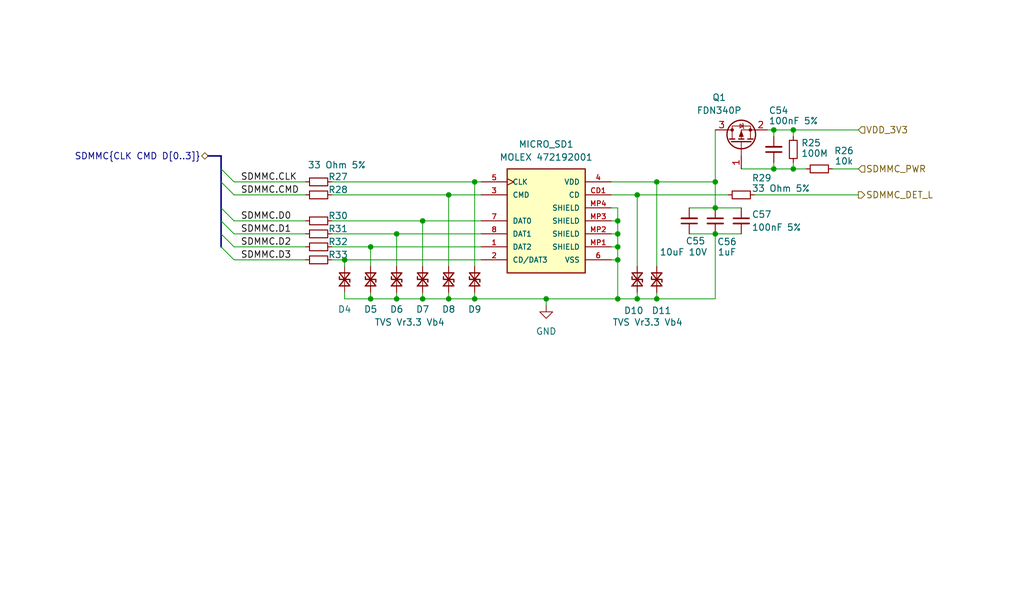
<source format=kicad_sch>
(kicad_sch (version 20250114) (generator "eeschema") (generator_version "9.0")
  (paper "User" 200 120)
  (lib_symbols
    (symbol "Device:C_Small" (pin_numbers (hide yes)) (pin_names (offset 0.254) (hide yes))
      (property "Reference" "C" (at 0.254 1.778 0))
      (property "Value" "C_Small" (at 0.254 -2.032 0))
      (symbol "C_Small_0_1"
        (polyline (pts (xy -1.524 0.508) (xy 1.524 0.508)) (stroke (width 0.3048)))
        (polyline (pts (xy -1.524 -0.508) (xy 1.524 -0.508)) (stroke (width 0.3302)))
      )
      (symbol "C_Small_1_1"
        (pin passive line (at 0 2.54 270) (length 2.032) (name "~") (number "1"))
        (pin passive line (at 0 -2.54 90) (length 2.032) (name "~") (number "2"))
      )
    )
    (symbol "Device:D_TVS_Small" (pin_numbers (hide yes)) (pin_names (offset 1.016) (hide yes))
      (property "Reference" "D" (at 0 2.54 0))
      (property "Value" "D_TVS_Small" (at 0 -2.54 0))
      (symbol "D_TVS_Small_0_1"
        (polyline (pts (xy -1.27 1.016) (xy -1.27 -1.016) (xy 1.27 1.016) (xy 1.27 -1.016) (xy -1.27 1.016)) (stroke (width 0.254)))
        (polyline (pts (xy -1.27 0) (xy 1.27 0)))
        (polyline (pts (xy 0.508 1.016) (xy 0 1.016) (xy 0 -1.016) (xy -0.508 -1.016)) (stroke (width 0.254)))
      )
      (symbol "D_TVS_Small_1_1"
        (pin passive line (at -2.54 0 0) (length 1.27) (name "A1") (number "1"))
        (pin passive line (at 2.54 0 180) (length 1.27) (name "A2") (number "2"))
      )
    )
    (symbol "Device:R_Small" (pin_numbers (hide yes)) (pin_names (offset 0.254) (hide yes))
      (property "Reference" "R" (at 0 0 90))
      (property "Value" "R_Small" (at 1.778 0 90))
      (symbol "R_Small_0_1"
        (rectangle (start -0.762 1.778) (end 0.762 -1.778) (stroke (width 0.2032)))
      )
      (symbol "R_Small_1_1"
        (pin passive line (at 0 2.54 270) (length 0.762) (name "~") (number "1"))
        (pin passive line (at 0 -2.54 90) (length 0.762) (name "~") (number "2"))
      )
    )
    (symbol "TF-01A:TF-01A" (pin_names (offset 1.016))
      (property "Reference" "MICRO_SD1" (at 0 14.986 0))
      (property "Value" "MOLEX 472192001" (at 0 12.446 0))
      (symbol "TF-01A_0_0"
        (rectangle (start -7.62 10.16) (end 7.62 -10.16) (stroke (width 0.254)) (fill (type background)))
        (pin bidirectional clock (at -12.7 7.62 0) (length 5.08) (name "CLK") (number "5"))
        (pin bidirectional line (at -12.7 5.08 0) (length 5.08) (name "CMD") (number "3"))
        (pin bidirectional line (at -12.7 0 0) (length 5.08) (name "DAT0") (number "7"))
        (pin bidirectional line (at -12.7 -2.54 0) (length 5.08) (name "DAT1") (number "8"))
        (pin bidirectional line (at -12.7 -5.08 0) (length 5.08) (name "DAT2") (number "1"))
        (pin bidirectional line (at -12.7 -7.62 0) (length 5.08) (name "CD/DAT3") (number "2"))
        (pin power_in line (at 12.7 7.62 180) (length 5.08) (name "VDD") (number "4"))
        (pin passive line (at 12.7 5.08 180) (length 5.08) (name "CD") (number "CD1"))
        (pin power_in line (at 12.7 2.54 180) (length 5.08) (name "SHIELD") (number "MP4"))
        (pin power_in line (at 12.7 0 180) (length 5.08) (name "SHIELD") (number "MP3"))
        (pin power_in line (at 12.7 -2.54 180) (length 5.08) (name "SHIELD") (number "MP2"))
        (pin power_in line (at 12.7 -5.08 180) (length 5.08) (name "SHIELD") (number "MP1"))
        (pin power_in line (at 12.7 -7.62 180) (length 5.08) (name "VSS") (number "6"))
      )
    )
    (symbol "Transistor_FET:FDN340P" (pin_names (hide yes))
      (property "Reference" "Q" (at 5.08 1.905 0))
      (property "Value" "FDN340P" (at 5.08 0 0))
      (symbol "FDN340P_0_1"
        (polyline (pts (xy 0.254 1.905) (xy 0.254 -1.905)) (stroke (width 0.254)))
        (polyline (pts (xy 0.254 0) (xy -2.54 0)))
        (polyline (pts (xy 0.762 2.286) (xy 0.762 1.27)) (stroke (width 0.254)))
        (polyline (pts (xy 0.762 1.778) (xy 3.302 1.778) (xy 3.302 -1.778) (xy 0.762 -1.778)))
        (polyline (pts (xy 0.762 0.508) (xy 0.762 -0.508)) (stroke (width 0.254)))
        (polyline (pts (xy 0.762 -1.27) (xy 0.762 -2.286)) (stroke (width 0.254)))
        (circle (center 1.651 0) (radius 2.794) (stroke (width 0.254)))
        (polyline (pts (xy 2.286 0) (xy 1.27 0.381) (xy 1.27 -0.381) (xy 2.286 0)) (fill (type outline)))
        (polyline (pts (xy 2.54 2.54) (xy 2.54 1.778)))
        (circle (center 2.54 1.778) (radius 0.254) (fill (type outline)))
        (circle (center 2.54 -1.778) (radius 0.254) (fill (type outline)))
        (polyline (pts (xy 2.54 -2.54) (xy 2.54 0) (xy 0.762 0)))
        (polyline (pts (xy 2.794 -0.508) (xy 2.921 -0.381) (xy 3.683 -0.381) (xy 3.81 -0.254)))
        (polyline (pts (xy 3.302 -0.381) (xy 2.921 0.254) (xy 3.683 0.254) (xy 3.302 -0.381)))
      )
      (symbol "FDN340P_1_1"
        (pin input line (at -5.08 0 0) (length 2.54) (name "G") (number "1"))
        (pin passive line (at 2.54 5.08 270) (length 2.54) (name "D") (number "3"))
        (pin passive line (at 2.54 -5.08 90) (length 2.54) (name "S") (number "2"))
      )
    )
    (symbol "power:GND" (power) (pin_numbers (hide yes)) (pin_names (offset 0) (hide yes))
      (property "Value" "GND" (at 0 -3.81 0))
      (symbol "GND_0_1"
        (polyline (pts (xy 0 0) (xy 0 -1.27) (xy 1.27 -1.27) (xy 0 -2.54) (xy -1.27 -1.27) (xy 0 -1.27)))
      )
      (symbol "GND_1_1"
        (pin power_in line (at 0 0 270) (length 0) (name "~") (number "1"))
      )
    )
  )
  (junction (at 120.65 48.26))
  (junction (at 120.65 50.8))
  (junction (at 87.63 38.1))
  (junction (at 72.39 48.26))
  (junction (at 82.55 43.18))
  (junction (at 139.7 45.72))
  (junction (at 92.71 35.56))
  (junction (at 128.27 35.56))
  (junction (at 106.68 58.42))
  (junction (at 154.94 33.02))
  (junction (at 154.94 25.4))
  (junction (at 67.31 50.8))
  (junction (at 77.47 45.72))
  (junction (at 139.7 35.56))
  (junction (at 124.46 38.1))
  (junction (at 120.65 43.18))
  (junction (at 77.47 58.42))
  (junction (at 92.71 58.42))
  (junction (at 124.46 58.42))
  (junction (at 82.55 58.42))
  (junction (at 87.63 58.42))
  (junction (at 128.27 58.42))
  (junction (at 139.7 40.64))
  (junction (at 120.65 58.42))
  (junction (at 151.13 33.02))
  (junction (at 120.65 45.72))
  (junction (at 151.13 25.4))
  (junction (at 72.39 58.42))
  (bus_entry (at 43.18 45.72) (size 2.54 2.54))
  (bus_entry (at 43.18 35.56) (size 2.54 2.54))
  (bus_entry (at 43.18 40.64) (size 2.54 2.54))
  (bus_entry (at 43.18 33.02) (size 2.54 2.54))
  (bus_entry (at 43.18 48.26) (size 2.54 2.54))
  (bus_entry (at 43.18 43.18) (size 2.54 2.54))
  (wire (pts (xy 82.55 58.42) (xy 87.63 58.42)))
  (wire (pts (xy 151.13 31.75) (xy 151.13 33.02)))
  (wire (pts (xy 154.94 31.75) (xy 154.94 33.02)))
  (wire (pts (xy 162.56 33.02) (xy 167.64 33.02)))
  (wire (pts (xy 124.46 57.15) (xy 124.46 58.42)))
  (wire (pts (xy 67.31 50.8) (xy 67.31 52.07)))
  (wire (pts (xy 82.55 43.18) (xy 93.98 43.18)))
  (wire (pts (xy 67.31 57.15) (xy 67.31 58.42)))
  (wire (pts (xy 139.7 35.56) (xy 139.7 25.4)))
  (wire (pts (xy 134.62 40.64) (xy 139.7 40.64)))
  (wire (pts (xy 45.72 43.18) (xy 59.69 43.18)))
  (wire (pts (xy 64.77 38.1) (xy 87.63 38.1)))
  (wire (pts (xy 151.13 25.4) (xy 151.13 26.67)))
  (wire (pts (xy 92.71 35.56) (xy 93.98 35.56)))
  (wire (pts (xy 120.65 45.72) (xy 120.65 48.26)))
  (wire (pts (xy 139.7 45.72) (xy 144.78 45.72)))
  (wire (pts (xy 64.77 43.18) (xy 82.55 43.18)))
  (bus (pts (xy 43.18 30.48) (xy 43.18 33.02)))
  (wire (pts (xy 124.46 38.1) (xy 124.46 52.07)))
  (wire (pts (xy 154.94 25.4) (xy 151.13 25.4)))
  (wire (pts (xy 77.47 45.72) (xy 77.47 52.07)))
  (wire (pts (xy 64.77 45.72) (xy 77.47 45.72)))
  (wire (pts (xy 92.71 35.56) (xy 92.71 52.07)))
  (wire (pts (xy 147.32 38.1) (xy 167.64 38.1)))
  (wire (pts (xy 72.39 57.15) (xy 72.39 58.42)))
  (wire (pts (xy 87.63 58.42) (xy 92.71 58.42)))
  (wire (pts (xy 119.38 50.8) (xy 120.65 50.8)))
  (wire (pts (xy 151.13 33.02) (xy 144.78 33.02)))
  (wire (pts (xy 64.77 48.26) (xy 72.39 48.26)))
  (wire (pts (xy 120.65 40.64) (xy 120.65 43.18)))
  (wire (pts (xy 72.39 48.26) (xy 72.39 52.07)))
  (wire (pts (xy 128.27 35.56) (xy 119.38 35.56)))
  (wire (pts (xy 77.47 58.42) (xy 82.55 58.42)))
  (wire (pts (xy 72.39 48.26) (xy 93.98 48.26)))
  (wire (pts (xy 144.78 40.64) (xy 139.7 40.64)))
  (wire (pts (xy 128.27 35.56) (xy 139.7 35.56)))
  (wire (pts (xy 128.27 58.42) (xy 124.46 58.42)))
  (wire (pts (xy 82.55 43.18) (xy 82.55 52.07)))
  (wire (pts (xy 120.65 50.8) (xy 120.65 58.42)))
  (wire (pts (xy 67.31 50.8) (xy 93.98 50.8)))
  (wire (pts (xy 120.65 45.72) (xy 119.38 45.72)))
  (wire (pts (xy 119.38 38.1) (xy 124.46 38.1)))
  (wire (pts (xy 87.63 38.1) (xy 93.98 38.1)))
  (wire (pts (xy 106.68 58.42) (xy 120.65 58.42)))
  (wire (pts (xy 67.31 58.42) (xy 72.39 58.42)))
  (wire (pts (xy 45.72 38.1) (xy 59.69 38.1)))
  (wire (pts (xy 139.7 40.64) (xy 139.7 35.56)))
  (wire (pts (xy 64.77 50.8) (xy 67.31 50.8)))
  (wire (pts (xy 92.71 57.15) (xy 92.71 58.42)))
  (wire (pts (xy 45.72 45.72) (xy 59.69 45.72)))
  (wire (pts (xy 77.47 45.72) (xy 93.98 45.72)))
  (wire (pts (xy 139.7 58.42) (xy 128.27 58.42)))
  (wire (pts (xy 119.38 48.26) (xy 120.65 48.26)))
  (wire (pts (xy 77.47 57.15) (xy 77.47 58.42)))
  (wire (pts (xy 154.94 33.02) (xy 157.48 33.02)))
  (bus (pts (xy 43.18 43.18) (xy 43.18 45.72)))
  (wire (pts (xy 124.46 38.1) (xy 142.24 38.1)))
  (wire (pts (xy 120.65 43.18) (xy 120.65 45.72)))
  (bus (pts (xy 43.18 45.72) (xy 43.18 48.26)))
  (bus (pts (xy 43.18 35.56) (xy 43.18 40.64)))
  (wire (pts (xy 119.38 43.18) (xy 120.65 43.18)))
  (wire (pts (xy 120.65 58.42) (xy 124.46 58.42)))
  (bus (pts (xy 43.18 40.64) (xy 43.18 43.18)))
  (wire (pts (xy 45.72 50.8) (xy 59.69 50.8)))
  (wire (pts (xy 151.13 33.02) (xy 154.94 33.02)))
  (wire (pts (xy 128.27 58.42) (xy 128.27 57.15)))
  (wire (pts (xy 151.13 25.4) (xy 149.86 25.4)))
  (wire (pts (xy 154.94 25.4) (xy 167.64 25.4)))
  (wire (pts (xy 87.63 57.15) (xy 87.63 58.42)))
  (wire (pts (xy 45.72 48.26) (xy 59.69 48.26)))
  (wire (pts (xy 119.38 40.64) (xy 120.65 40.64)))
  (wire (pts (xy 120.65 48.26) (xy 120.65 50.8)))
  (wire (pts (xy 82.55 57.15) (xy 82.55 58.42)))
  (wire (pts (xy 154.94 25.4) (xy 154.94 26.67)))
  (wire (pts (xy 87.63 38.1) (xy 87.63 52.07)))
  (wire (pts (xy 45.72 35.56) (xy 59.69 35.56)))
  (wire (pts (xy 139.7 45.72) (xy 139.7 58.42)))
  (wire (pts (xy 64.77 35.56) (xy 92.71 35.56)))
  (bus (pts (xy 43.18 33.02) (xy 43.18 35.56)))
  (wire (pts (xy 92.71 58.42) (xy 106.68 58.42)))
  (wire (pts (xy 128.27 35.56) (xy 128.27 52.07)))
  (wire (pts (xy 72.39 58.42) (xy 77.47 58.42)))
  (wire (pts (xy 134.62 45.72) (xy 139.7 45.72)))
  (wire (pts (xy 106.68 58.42) (xy 106.68 59.69)))
  (bus (pts (xy 40.64 30.48) (xy 43.18 30.48)))
  (label "SDMMC.CMD" (at 46.99 38.1 0))
  (label "SDMMC.CLK" (at 46.99 35.56 0))
  (label "SDMMC.D0" (at 46.99 43.18 0))
  (label "SDMMC.D3" (at 46.99 50.8 0))
  (label "SDMMC.D2" (at 46.99 48.26 0))
  (label "SDMMC.D1" (at 46.99 45.72 0))
  (hierarchical_label "SDMMC_DET_L" (shape output) (at 167.64 38.1 0))
  (hierarchical_label "SDMMC{CLK CMD D[0..3]}" (shape bidirectional) (at 40.64 30.48 180))
  (hierarchical_label "SDMMC_PWR" (shape input) (at 167.64 33.02 0))
  (hierarchical_label "VDD_3V3" (shape input) (at 167.64 25.4 0))
  (symbol (lib_id "Device:D_TVS_Small") (at 124.46 54.61 90) (unit 1)
    (property "Reference" "D10" (at 125.73 60.706 90) (effects (justify left)))
    (property "Value" "TVS Vr3.3 Vb4" (at 126.492 62.992 90))
    (property "Footprint" "Resistor_SMD:R_0201_0603Metric" (effects (hide yes)))
    (property "Description" "Bidirectional transient-voltage-suppression diode, small symbol" (effects (hide yes)))
  )
  (symbol (lib_id "Device:R_Small") (at 62.23 38.1 90) (unit 1)
    (property "Reference" "R28" (at 66.04 37.084 90))
    (property "Value" "33 Ohm 5%" (effects (hide yes)))
    (property "Footprint" "Resistor_SMD:R_0402_1005Metric" (effects (hide yes)))
    (property "Description" "Resistor, small symbol" (effects (hide yes)))
  )
  (symbol (lib_id "Device:D_TVS_Small") (at 67.31 54.61 90) (unit 1)
    (property "Reference" "D4" (at 67.31 60.452 90))
    (property "Value" "TVS Vr3.3 Vb4" (effects (hide yes)))
    (property "Footprint" "Resistor_SMD:R_0201_0603Metric" (effects (hide yes)))
    (property "Description" "Bidirectional transient-voltage-suppression diode, small symbol" (effects (hide yes)))
  )
  (symbol (lib_id "Device:R_Small") (at 144.78 38.1 90) (unit 1)
    (property "Reference" "R29" (at 146.812 34.798 90) (effects (justify right)))
    (property "Value" "33 Ohm 5%" (at 146.812 36.83 90) (effects (justify right)))
    (property "Footprint" "Resistor_SMD:R_0402_1005Metric" (effects (hide yes)))
    (property "Description" "Resistor, small symbol" (effects (hide yes)))
  )
  (symbol (lib_id "Device:R_Small") (at 62.23 35.56 90) (unit 1)
    (property "Reference" "R27" (at 66.04 34.544 90))
    (property "Value" "33 Ohm 5%" (effects (hide yes)))
    (property "Footprint" "Resistor_SMD:R_0402_1005Metric" (effects (hide yes)))
    (property "Description" "Resistor, small symbol" (effects (hide yes)))
  )
  (symbol (lib_id "Device:C_Small") (at 144.78 43.18 0) (mirror y) (unit 1)
    (property "Reference" "C57" (at 146.812 41.91 0) (effects (justify right)))
    (property "Value" "100nF 5%" (at 146.812 44.45 0) (effects (justify right)))
    (property "Footprint" "Capacitor_SMD:C_0201_0603Metric" (effects (hide yes)))
    (property "Description" "Unpolarized capacitor, small symbol" (effects (hide yes)))
  )
  (symbol (lib_id "Device:C_Small") (at 151.13 29.21 180) (unit 1)
    (property "Reference" "C54" (at 150.114 21.59 0) (effects (justify right)))
    (property "Value" "100nF 5%" (at 150.114 23.622 0) (effects (justify right)))
    (property "Footprint" "Capacitor_SMD:C_0201_0603Metric" (effects (hide yes)))
    (property "Description" "Unpolarized capacitor, small symbol" (effects (hide yes)))
  )
  (symbol (lib_id "Device:D_TVS_Small") (at 128.27 54.61 90) (unit 1)
    (property "Reference" "D11" (at 127.254 60.706 90) (effects (justify right)))
    (property "Value" "TVS Vr3.3 Vb4" (effects (hide yes)))
    (property "Footprint" "Resistor_SMD:R_0201_0603Metric" (effects (hide yes)))
    (property "Description" "Bidirectional transient-voltage-suppression diode, small symbol" (effects (hide yes)))
  )
  (symbol (lib_id "Device:R_Small") (at 62.23 45.72 90) (unit 1)
    (property "Reference" "R31" (at 66.04 44.704 90))
    (property "Value" "33 Ohm 5%" (effects (hide yes)))
    (property "Footprint" "Resistor_SMD:R_0402_1005Metric" (effects (hide yes)))
    (property "Description" "Resistor, small symbol" (effects (hide yes)))
  )
  (symbol (lib_id "Device:D_TVS_Small") (at 87.63 54.61 90) (unit 1)
    (property "Reference" "D8" (at 87.63 60.452 90))
    (property "Value" "TVS Vr3.3 Vb4" (effects (hide yes)))
    (property "Footprint" "Resistor_SMD:R_0201_0603Metric" (effects (hide yes)))
    (property "Description" "Bidirectional transient-voltage-suppression diode, small symbol" (effects (hide yes)))
  )
  (symbol (lib_id "power:GND") (at 106.68 59.69 0) (unit 1)
    (property "Reference" "#PWR029" (effects (hide yes)))
    (property "Value" "GND" (at 106.68 64.77 0))
  )
  (symbol (lib_id "Device:R_Small") (at 160.02 33.02 270) (unit 1)
    (property "Reference" "R26" (at 164.846 29.464 90))
    (property "Value" "10k" (at 164.846 31.496 90))
    (property "Footprint" "Resistor_SMD:R_0603_1608Metric" (effects (hide yes)))
    (property "Description" "Resistor, small symbol" (effects (hide yes)))
  )
  (symbol (lib_id "Device:D_TVS_Small") (at 82.55 54.61 90) (unit 1)
    (property "Reference" "D7" (at 82.55 60.452 90))
    (property "Value" "TVS Vr3.3 Vb4" (effects (hide yes)))
    (property "Footprint" "Resistor_SMD:R_0201_0603Metric" (effects (hide yes)))
    (property "Description" "Bidirectional transient-voltage-suppression diode, small symbol" (effects (hide yes)))
  )
  (symbol (lib_id "TF-01A:TF-01A") (at 106.68 43.18 0) (unit 1)
    (property "Reference" "MICRO_SD1" (at 106.68 28.194 0))
    (property "Value" "MOLEX 472192001" (at 106.68 30.734 0))
    (property "Footprint" "Connector_Card:microSD_HC_Molex_47219-2001" (effects (hide yes)))
    (property "Datasheet" "TF-01A" (effects (hide yes)))
  )
  (symbol (lib_id "Device:R_Small") (at 62.23 43.18 90) (unit 1)
    (property "Reference" "R30" (at 66.04 42.164 90))
    (property "Value" "33 Ohm 5%" (effects (hide yes)))
    (property "Footprint" "Resistor_SMD:R_0402_1005Metric" (effects (hide yes)))
    (property "Description" "Resistor, small symbol" (effects (hide yes)))
  )
  (symbol (lib_id "Device:C_Small") (at 139.7 43.18 0) (mirror y) (unit 1)
    (property "Reference" "C56" (at 141.986 47.244 0))
    (property "Value" "1uF" (at 141.986 49.276 0))
    (property "Footprint" "Capacitor_SMD:C_0402_1005Metric" (effects (hide yes)))
    (property "Description" "Unpolarized capacitor, small symbol" (effects (hide yes)))
  )
  (symbol (lib_id "Device:D_TVS_Small") (at 72.39 54.61 90) (unit 1)
    (property "Reference" "D5" (at 72.39 60.452 90))
    (property "Value" "TVS Vr3.3 Vb4" (effects (hide yes)))
    (property "Footprint" "Resistor_SMD:R_0201_0603Metric" (effects (hide yes)))
    (property "Description" "Bidirectional transient-voltage-suppression diode, small symbol" (effects (hide yes)))
  )
  (symbol (lib_id "Transistor_FET:FDN340P") (at 144.78 27.94 90) (unit 1)
    (property "Reference" "Q1" (at 140.462 19.05 90))
    (property "Value" "FDN340P" (at 140.462 21.59 90))
    (property "Footprint" "Package_TO_SOT_SMD:SOT-23" (effects (hide yes)))
    (property "Datasheet" "FDN340P" (effects (hide yes)))
  )
  (symbol (lib_id "Device:D_TVS_Small") (at 77.47 54.61 90) (unit 1)
    (property "Reference" "D6" (at 77.47 60.452 90))
    (property "Value" "TVS Vr3.3 Vb4" (effects (hide yes)))
    (property "Footprint" "Resistor_SMD:R_0201_0603Metric" (effects (hide yes)))
    (property "Description" "Bidirectional transient-voltage-suppression diode, small symbol" (effects (hide yes)))
  )
  (symbol (lib_id "Device:R_Small") (at 62.23 48.26 90) (unit 1)
    (property "Reference" "R32" (at 66.04 47.244 90))
    (property "Value" "33 Ohm 5%" (effects (hide yes)))
    (property "Footprint" "Resistor_SMD:R_0402_1005Metric" (effects (hide yes)))
    (property "Description" "Resistor, small symbol" (effects (hide yes)))
  )
  (symbol (lib_id "Device:C_Small") (at 134.62 43.18 0) (mirror x) (unit 1)
    (property "Reference" "C55" (at 137.795 47.117 0) (effects (justify right)))
    (property "Value" "10uF 10V" (at 138.176 49.276 0) (effects (justify right)))
    (property "Footprint" "Capacitor_SMD:C_0603_1608Metric" (effects (hide yes)))
    (property "Description" "Unpolarized capacitor, small symbol" (effects (hide yes)))
  )
  (symbol (lib_id "Device:D_TVS_Small") (at 92.71 54.61 90) (unit 1)
    (property "Reference" "D9" (at 92.71 60.452 90))
    (property "Value" "TVS Vr3.3 Vb4" (at 80.01 62.992 90))
    (property "Footprint" "Resistor_SMD:R_0201_0603Metric" (effects (hide yes)))
    (property "Description" "Bidirectional transient-voltage-suppression diode, small symbol" (effects (hide yes)))
  )
  (symbol (lib_id "Device:R_Small") (at 62.23 50.8 90) (unit 1)
    (property "Reference" "R33" (at 66.04 49.784 90))
    (property "Value" "33 Ohm 5%" (at 65.786 32.258 90))
    (property "Footprint" "Resistor_SMD:R_0402_1005Metric" (effects (hide yes)))
    (property "Description" "Resistor, small symbol" (effects (hide yes)))
  )
  (symbol (lib_id "Device:R_Small") (at 154.94 29.21 180) (unit 1)
    (property "Reference" "R25" (at 156.464 27.94 0) (effects (justify right)))
    (property "Value" "100M" (at 156.464 29.9721 0) (effects (justify right)))
    (property "Footprint" "Resistor_SMD:R_0603_1608Metric" (effects (hide yes)))
    (property "Description" "Resistor, small symbol" (effects (hide yes)))
  )
)
</source>
